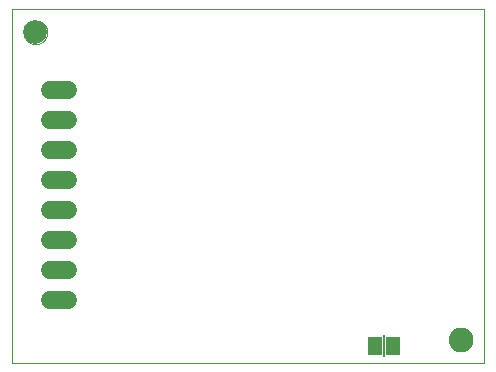
<source format=gbs>
G75*
%MOIN*%
%OFA0B0*%
%FSLAX25Y25*%
%IPPOS*%
%LPD*%
%AMOC8*
5,1,8,0,0,1.08239X$1,22.5*
%
%ADD10C,0.00000*%
%ADD11C,0.07874*%
%ADD12C,0.06000*%
%ADD13R,0.04600X0.06300*%
%ADD14R,0.00600X0.07200*%
D10*
X0001600Y0001600D02*
X0001600Y0119710D01*
X0159080Y0119710D01*
X0159080Y0001600D01*
X0001600Y0001600D01*
X0005537Y0111836D02*
X0005539Y0111961D01*
X0005545Y0112086D01*
X0005555Y0112210D01*
X0005569Y0112334D01*
X0005586Y0112458D01*
X0005608Y0112581D01*
X0005634Y0112703D01*
X0005663Y0112825D01*
X0005696Y0112945D01*
X0005734Y0113064D01*
X0005774Y0113183D01*
X0005819Y0113299D01*
X0005867Y0113414D01*
X0005919Y0113528D01*
X0005975Y0113640D01*
X0006034Y0113750D01*
X0006096Y0113858D01*
X0006162Y0113965D01*
X0006231Y0114069D01*
X0006304Y0114170D01*
X0006379Y0114270D01*
X0006458Y0114367D01*
X0006540Y0114461D01*
X0006625Y0114553D01*
X0006712Y0114642D01*
X0006803Y0114728D01*
X0006896Y0114811D01*
X0006992Y0114892D01*
X0007090Y0114969D01*
X0007190Y0115043D01*
X0007293Y0115114D01*
X0007398Y0115181D01*
X0007506Y0115246D01*
X0007615Y0115306D01*
X0007726Y0115364D01*
X0007839Y0115417D01*
X0007953Y0115467D01*
X0008069Y0115514D01*
X0008186Y0115556D01*
X0008305Y0115595D01*
X0008425Y0115631D01*
X0008546Y0115662D01*
X0008668Y0115690D01*
X0008790Y0115713D01*
X0008914Y0115733D01*
X0009038Y0115749D01*
X0009162Y0115761D01*
X0009287Y0115769D01*
X0009412Y0115773D01*
X0009536Y0115773D01*
X0009661Y0115769D01*
X0009786Y0115761D01*
X0009910Y0115749D01*
X0010034Y0115733D01*
X0010158Y0115713D01*
X0010280Y0115690D01*
X0010402Y0115662D01*
X0010523Y0115631D01*
X0010643Y0115595D01*
X0010762Y0115556D01*
X0010879Y0115514D01*
X0010995Y0115467D01*
X0011109Y0115417D01*
X0011222Y0115364D01*
X0011333Y0115306D01*
X0011443Y0115246D01*
X0011550Y0115181D01*
X0011655Y0115114D01*
X0011758Y0115043D01*
X0011858Y0114969D01*
X0011956Y0114892D01*
X0012052Y0114811D01*
X0012145Y0114728D01*
X0012236Y0114642D01*
X0012323Y0114553D01*
X0012408Y0114461D01*
X0012490Y0114367D01*
X0012569Y0114270D01*
X0012644Y0114170D01*
X0012717Y0114069D01*
X0012786Y0113965D01*
X0012852Y0113858D01*
X0012914Y0113750D01*
X0012973Y0113640D01*
X0013029Y0113528D01*
X0013081Y0113414D01*
X0013129Y0113299D01*
X0013174Y0113183D01*
X0013214Y0113064D01*
X0013252Y0112945D01*
X0013285Y0112825D01*
X0013314Y0112703D01*
X0013340Y0112581D01*
X0013362Y0112458D01*
X0013379Y0112334D01*
X0013393Y0112210D01*
X0013403Y0112086D01*
X0013409Y0111961D01*
X0013411Y0111836D01*
X0013409Y0111711D01*
X0013403Y0111586D01*
X0013393Y0111462D01*
X0013379Y0111338D01*
X0013362Y0111214D01*
X0013340Y0111091D01*
X0013314Y0110969D01*
X0013285Y0110847D01*
X0013252Y0110727D01*
X0013214Y0110608D01*
X0013174Y0110489D01*
X0013129Y0110373D01*
X0013081Y0110258D01*
X0013029Y0110144D01*
X0012973Y0110032D01*
X0012914Y0109922D01*
X0012852Y0109814D01*
X0012786Y0109707D01*
X0012717Y0109603D01*
X0012644Y0109502D01*
X0012569Y0109402D01*
X0012490Y0109305D01*
X0012408Y0109211D01*
X0012323Y0109119D01*
X0012236Y0109030D01*
X0012145Y0108944D01*
X0012052Y0108861D01*
X0011956Y0108780D01*
X0011858Y0108703D01*
X0011758Y0108629D01*
X0011655Y0108558D01*
X0011550Y0108491D01*
X0011442Y0108426D01*
X0011333Y0108366D01*
X0011222Y0108308D01*
X0011109Y0108255D01*
X0010995Y0108205D01*
X0010879Y0108158D01*
X0010762Y0108116D01*
X0010643Y0108077D01*
X0010523Y0108041D01*
X0010402Y0108010D01*
X0010280Y0107982D01*
X0010158Y0107959D01*
X0010034Y0107939D01*
X0009910Y0107923D01*
X0009786Y0107911D01*
X0009661Y0107903D01*
X0009536Y0107899D01*
X0009412Y0107899D01*
X0009287Y0107903D01*
X0009162Y0107911D01*
X0009038Y0107923D01*
X0008914Y0107939D01*
X0008790Y0107959D01*
X0008668Y0107982D01*
X0008546Y0108010D01*
X0008425Y0108041D01*
X0008305Y0108077D01*
X0008186Y0108116D01*
X0008069Y0108158D01*
X0007953Y0108205D01*
X0007839Y0108255D01*
X0007726Y0108308D01*
X0007615Y0108366D01*
X0007505Y0108426D01*
X0007398Y0108491D01*
X0007293Y0108558D01*
X0007190Y0108629D01*
X0007090Y0108703D01*
X0006992Y0108780D01*
X0006896Y0108861D01*
X0006803Y0108944D01*
X0006712Y0109030D01*
X0006625Y0109119D01*
X0006540Y0109211D01*
X0006458Y0109305D01*
X0006379Y0109402D01*
X0006304Y0109502D01*
X0006231Y0109603D01*
X0006162Y0109707D01*
X0006096Y0109814D01*
X0006034Y0109922D01*
X0005975Y0110032D01*
X0005919Y0110144D01*
X0005867Y0110258D01*
X0005819Y0110373D01*
X0005774Y0110489D01*
X0005734Y0110608D01*
X0005696Y0110727D01*
X0005663Y0110847D01*
X0005634Y0110969D01*
X0005608Y0111091D01*
X0005586Y0111214D01*
X0005569Y0111338D01*
X0005555Y0111462D01*
X0005545Y0111586D01*
X0005539Y0111711D01*
X0005537Y0111836D01*
X0147269Y0009474D02*
X0147271Y0009599D01*
X0147277Y0009724D01*
X0147287Y0009848D01*
X0147301Y0009972D01*
X0147318Y0010096D01*
X0147340Y0010219D01*
X0147366Y0010341D01*
X0147395Y0010463D01*
X0147428Y0010583D01*
X0147466Y0010702D01*
X0147506Y0010821D01*
X0147551Y0010937D01*
X0147599Y0011052D01*
X0147651Y0011166D01*
X0147707Y0011278D01*
X0147766Y0011388D01*
X0147828Y0011496D01*
X0147894Y0011603D01*
X0147963Y0011707D01*
X0148036Y0011808D01*
X0148111Y0011908D01*
X0148190Y0012005D01*
X0148272Y0012099D01*
X0148357Y0012191D01*
X0148444Y0012280D01*
X0148535Y0012366D01*
X0148628Y0012449D01*
X0148724Y0012530D01*
X0148822Y0012607D01*
X0148922Y0012681D01*
X0149025Y0012752D01*
X0149130Y0012819D01*
X0149238Y0012884D01*
X0149347Y0012944D01*
X0149458Y0013002D01*
X0149571Y0013055D01*
X0149685Y0013105D01*
X0149801Y0013152D01*
X0149918Y0013194D01*
X0150037Y0013233D01*
X0150157Y0013269D01*
X0150278Y0013300D01*
X0150400Y0013328D01*
X0150522Y0013351D01*
X0150646Y0013371D01*
X0150770Y0013387D01*
X0150894Y0013399D01*
X0151019Y0013407D01*
X0151144Y0013411D01*
X0151268Y0013411D01*
X0151393Y0013407D01*
X0151518Y0013399D01*
X0151642Y0013387D01*
X0151766Y0013371D01*
X0151890Y0013351D01*
X0152012Y0013328D01*
X0152134Y0013300D01*
X0152255Y0013269D01*
X0152375Y0013233D01*
X0152494Y0013194D01*
X0152611Y0013152D01*
X0152727Y0013105D01*
X0152841Y0013055D01*
X0152954Y0013002D01*
X0153065Y0012944D01*
X0153175Y0012884D01*
X0153282Y0012819D01*
X0153387Y0012752D01*
X0153490Y0012681D01*
X0153590Y0012607D01*
X0153688Y0012530D01*
X0153784Y0012449D01*
X0153877Y0012366D01*
X0153968Y0012280D01*
X0154055Y0012191D01*
X0154140Y0012099D01*
X0154222Y0012005D01*
X0154301Y0011908D01*
X0154376Y0011808D01*
X0154449Y0011707D01*
X0154518Y0011603D01*
X0154584Y0011496D01*
X0154646Y0011388D01*
X0154705Y0011278D01*
X0154761Y0011166D01*
X0154813Y0011052D01*
X0154861Y0010937D01*
X0154906Y0010821D01*
X0154946Y0010702D01*
X0154984Y0010583D01*
X0155017Y0010463D01*
X0155046Y0010341D01*
X0155072Y0010219D01*
X0155094Y0010096D01*
X0155111Y0009972D01*
X0155125Y0009848D01*
X0155135Y0009724D01*
X0155141Y0009599D01*
X0155143Y0009474D01*
X0155141Y0009349D01*
X0155135Y0009224D01*
X0155125Y0009100D01*
X0155111Y0008976D01*
X0155094Y0008852D01*
X0155072Y0008729D01*
X0155046Y0008607D01*
X0155017Y0008485D01*
X0154984Y0008365D01*
X0154946Y0008246D01*
X0154906Y0008127D01*
X0154861Y0008011D01*
X0154813Y0007896D01*
X0154761Y0007782D01*
X0154705Y0007670D01*
X0154646Y0007560D01*
X0154584Y0007452D01*
X0154518Y0007345D01*
X0154449Y0007241D01*
X0154376Y0007140D01*
X0154301Y0007040D01*
X0154222Y0006943D01*
X0154140Y0006849D01*
X0154055Y0006757D01*
X0153968Y0006668D01*
X0153877Y0006582D01*
X0153784Y0006499D01*
X0153688Y0006418D01*
X0153590Y0006341D01*
X0153490Y0006267D01*
X0153387Y0006196D01*
X0153282Y0006129D01*
X0153174Y0006064D01*
X0153065Y0006004D01*
X0152954Y0005946D01*
X0152841Y0005893D01*
X0152727Y0005843D01*
X0152611Y0005796D01*
X0152494Y0005754D01*
X0152375Y0005715D01*
X0152255Y0005679D01*
X0152134Y0005648D01*
X0152012Y0005620D01*
X0151890Y0005597D01*
X0151766Y0005577D01*
X0151642Y0005561D01*
X0151518Y0005549D01*
X0151393Y0005541D01*
X0151268Y0005537D01*
X0151144Y0005537D01*
X0151019Y0005541D01*
X0150894Y0005549D01*
X0150770Y0005561D01*
X0150646Y0005577D01*
X0150522Y0005597D01*
X0150400Y0005620D01*
X0150278Y0005648D01*
X0150157Y0005679D01*
X0150037Y0005715D01*
X0149918Y0005754D01*
X0149801Y0005796D01*
X0149685Y0005843D01*
X0149571Y0005893D01*
X0149458Y0005946D01*
X0149347Y0006004D01*
X0149237Y0006064D01*
X0149130Y0006129D01*
X0149025Y0006196D01*
X0148922Y0006267D01*
X0148822Y0006341D01*
X0148724Y0006418D01*
X0148628Y0006499D01*
X0148535Y0006582D01*
X0148444Y0006668D01*
X0148357Y0006757D01*
X0148272Y0006849D01*
X0148190Y0006943D01*
X0148111Y0007040D01*
X0148036Y0007140D01*
X0147963Y0007241D01*
X0147894Y0007345D01*
X0147828Y0007452D01*
X0147766Y0007560D01*
X0147707Y0007670D01*
X0147651Y0007782D01*
X0147599Y0007896D01*
X0147551Y0008011D01*
X0147506Y0008127D01*
X0147466Y0008246D01*
X0147428Y0008365D01*
X0147395Y0008485D01*
X0147366Y0008607D01*
X0147340Y0008729D01*
X0147318Y0008852D01*
X0147301Y0008976D01*
X0147287Y0009100D01*
X0147277Y0009224D01*
X0147271Y0009349D01*
X0147269Y0009474D01*
D11*
X0151206Y0009474D03*
X0009474Y0111836D03*
D12*
X0014274Y0092589D02*
X0020274Y0092589D01*
X0020274Y0082589D02*
X0014274Y0082589D01*
X0014274Y0072589D02*
X0020274Y0072589D01*
X0020274Y0062589D02*
X0014274Y0062589D01*
X0014274Y0052589D02*
X0020274Y0052589D01*
X0020274Y0042589D02*
X0014274Y0042589D01*
X0014274Y0032589D02*
X0020274Y0032589D01*
X0020274Y0022589D02*
X0014274Y0022589D01*
D13*
X0122537Y0007407D03*
X0128537Y0007407D03*
D14*
X0125537Y0007407D03*
M02*

</source>
